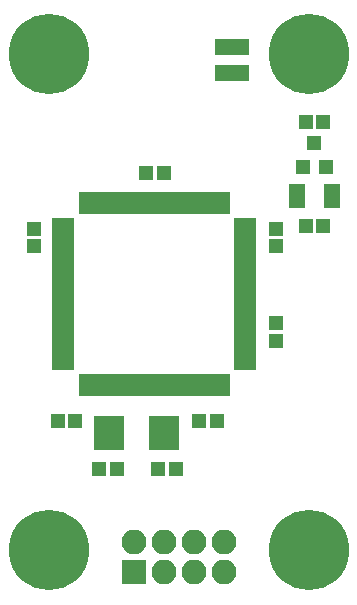
<source format=gbs>
G04 #@! TF.FileFunction,Soldermask,Bot*
%FSLAX46Y46*%
G04 Gerber Fmt 4.6, Leading zero omitted, Abs format (unit mm)*
G04 Created by KiCad (PCBNEW 4.0.5) date 07/09/17 21:46:26*
%MOMM*%
%LPD*%
G01*
G04 APERTURE LIST*
%ADD10C,0.100000*%
%ADD11R,1.200000X1.150000*%
%ADD12R,1.400000X2.000000*%
%ADD13R,1.150000X1.200000*%
%ADD14R,1.200000X1.300000*%
%ADD15R,1.900000X0.950000*%
%ADD16R,0.950000X1.900000*%
%ADD17R,1.050000X1.460000*%
%ADD18R,2.660000X3.000000*%
%ADD19C,6.800000*%
%ADD20R,2.100000X2.100000*%
%ADD21O,2.100000X2.100000*%
G04 APERTURE END LIST*
D10*
D11*
X75750000Y-59750000D03*
X77250000Y-59750000D03*
D12*
X75000000Y-66000000D03*
X78000000Y-66000000D03*
D11*
X75750000Y-68500000D03*
X77250000Y-68500000D03*
X54750000Y-85074076D03*
X56250000Y-85074076D03*
X66750000Y-85074076D03*
X68250000Y-85074076D03*
D13*
X73250000Y-78250000D03*
X73250000Y-76750000D03*
X73250000Y-70250000D03*
X73250000Y-68750000D03*
D11*
X63750000Y-64074076D03*
X62250000Y-64074076D03*
D13*
X52750000Y-68750000D03*
X52750000Y-70250000D03*
D11*
X64750000Y-89074076D03*
X63250000Y-89074076D03*
X58250000Y-89074076D03*
X59750000Y-89074076D03*
D14*
X77450000Y-63500000D03*
X75550000Y-63500000D03*
X76500000Y-61500000D03*
D15*
X55250000Y-80274076D03*
X55250000Y-79474076D03*
X55250000Y-78674076D03*
X55250000Y-77874076D03*
X55250000Y-77074076D03*
X55250000Y-76274076D03*
X55250000Y-75474076D03*
X55250000Y-74674076D03*
X55250000Y-73874076D03*
X55250000Y-73074076D03*
X55250000Y-72274076D03*
X55250000Y-71474076D03*
X55250000Y-70674076D03*
X55250000Y-69874076D03*
X55250000Y-69074076D03*
X55250000Y-68274076D03*
D16*
X56950000Y-66574076D03*
X57750000Y-66574076D03*
X58550000Y-66574076D03*
X59350000Y-66574076D03*
X60150000Y-66574076D03*
X60950000Y-66574076D03*
X61750000Y-66574076D03*
X62550000Y-66574076D03*
X63350000Y-66574076D03*
X64150000Y-66574076D03*
X64950000Y-66574076D03*
X65750000Y-66574076D03*
X66550000Y-66574076D03*
X67350000Y-66574076D03*
X68150000Y-66574076D03*
X68950000Y-66574076D03*
D15*
X70650000Y-68274076D03*
X70650000Y-69074076D03*
X70650000Y-69874076D03*
X70650000Y-70674076D03*
X70650000Y-71474076D03*
X70650000Y-72274076D03*
X70650000Y-73074076D03*
X70650000Y-73874076D03*
X70650000Y-74674076D03*
X70650000Y-75474076D03*
X70650000Y-76274076D03*
X70650000Y-77074076D03*
X70650000Y-77874076D03*
X70650000Y-78674076D03*
X70650000Y-79474076D03*
X70650000Y-80274076D03*
D16*
X68950000Y-81974076D03*
X68150000Y-81974076D03*
X67350000Y-81974076D03*
X66550000Y-81974076D03*
X65750000Y-81974076D03*
X64950000Y-81974076D03*
X64150000Y-81974076D03*
X63350000Y-81974076D03*
X62550000Y-81974076D03*
X61750000Y-81974076D03*
X60950000Y-81974076D03*
X60150000Y-81974076D03*
X59350000Y-81974076D03*
X58550000Y-81974076D03*
X57750000Y-81974076D03*
X56950000Y-81974076D03*
D17*
X70450000Y-55600000D03*
X69500000Y-55600000D03*
X68550000Y-55600000D03*
X68550000Y-53400000D03*
X70450000Y-53400000D03*
X69500000Y-53400000D03*
D18*
X63750000Y-86074076D03*
X59090000Y-86074076D03*
D19*
X54000000Y-54000000D03*
X76000000Y-54000000D03*
X54000000Y-96000000D03*
X76000000Y-96000000D03*
D20*
X61190000Y-97790000D03*
D21*
X61190000Y-95250000D03*
X63730000Y-97790000D03*
X63730000Y-95250000D03*
X66270000Y-97790000D03*
X66270000Y-95250000D03*
X68810000Y-97790000D03*
X68810000Y-95250000D03*
M02*

</source>
